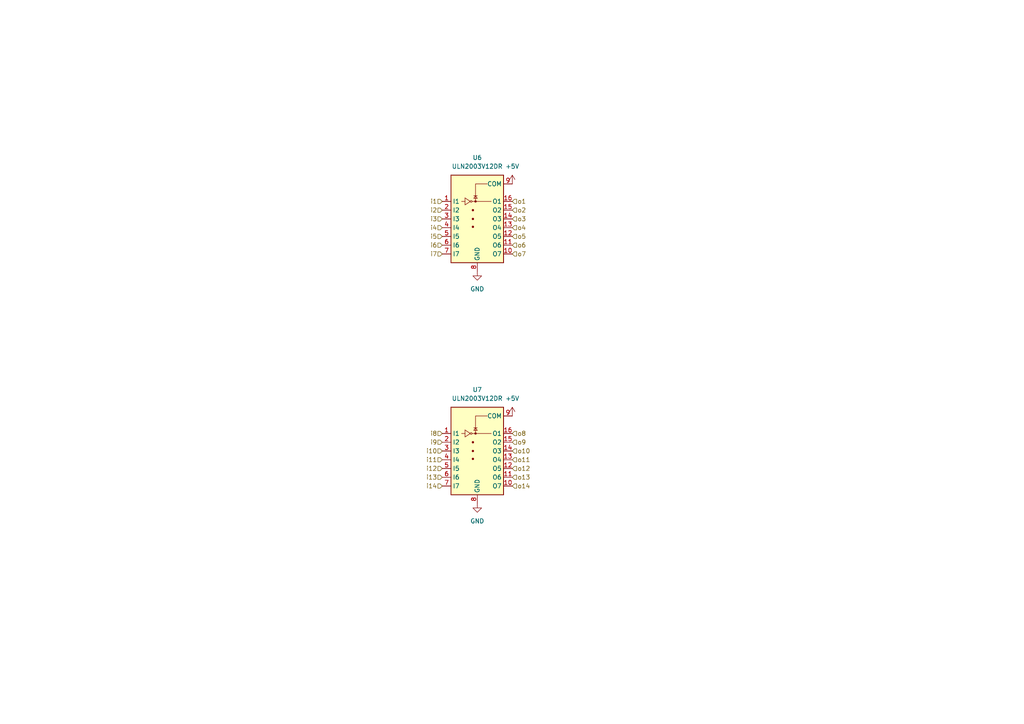
<source format=kicad_sch>
(kicad_sch (version 20231120) (generator "eeschema") (generator_version "8.0")
  (paper "A4")
  (lib_symbols
    (symbol "Transistor_Array:ULN2003"
      (property "Reference" "U" (at 0 15.875 0))
      (property "Value" "ULN2003" (at 0 13.97 0))
      (symbol "ULN2003_0_1"
        (rectangle (start -7.62 -12.7) (end 7.62 12.7) (stroke (width 0.254)) (fill (type background)))
        (circle (center -1.778 5.08) (radius 0.254))
        (circle (center -1.27 -2.286) (radius 0.254) (fill (type outline)))
        (circle (center -1.27 0) (radius 0.254) (fill (type outline)))
        (circle (center -1.27 2.54) (radius 0.254) (fill (type outline)))
        (circle (center -0.508 5.08) (radius 0.254) (fill (type outline)))
        (polyline (pts (xy -4.572 5.08) (xy -3.556 5.08)))
        (polyline (pts (xy -1.524 5.08) (xy 4.064 5.08)))
        (polyline (pts (xy 0 6.731) (xy -1.016 6.731)))
        (polyline (pts (xy -0.508 5.08) (xy -0.508 10.16) (xy 2.921 10.16)))
        (polyline (pts (xy -3.556 6.096) (xy -3.556 4.064) (xy -2.032 5.08) (xy -3.556 6.096)))
        (polyline (pts (xy 0 5.969) (xy -1.016 5.969) (xy -0.508 6.731) (xy 0 5.969)))
      )
      (symbol "ULN2003_1_1"
        (pin input line (at -10.16 5.08 0) (length 2.54) (name "I1") (number "1"))
        (pin open_collector line (at 10.16 -10.16 180) (length 2.54) (name "O7") (number "10"))
        (pin open_collector line (at 10.16 -7.62 180) (length 2.54) (name "O6") (number "11"))
        (pin open_collector line (at 10.16 -5.08 180) (length 2.54) (name "O5") (number "12"))
        (pin open_collector line (at 10.16 -2.54 180) (length 2.54) (name "O4") (number "13"))
        (pin open_collector line (at 10.16 0 180) (length 2.54) (name "O3") (number "14"))
        (pin open_collector line (at 10.16 2.54 180) (length 2.54) (name "O2") (number "15"))
        (pin open_collector line (at 10.16 5.08 180) (length 2.54) (name "O1") (number "16"))
        (pin input line (at -10.16 2.54 0) (length 2.54) (name "I2") (number "2"))
        (pin input line (at -10.16 0 0) (length 2.54) (name "I3") (number "3"))
        (pin input line (at -10.16 -2.54 0) (length 2.54) (name "I4") (number "4"))
        (pin input line (at -10.16 -5.08 0) (length 2.54) (name "I5") (number "5"))
        (pin input line (at -10.16 -7.62 0) (length 2.54) (name "I6") (number "6"))
        (pin input line (at -10.16 -10.16 0) (length 2.54) (name "I7") (number "7"))
        (pin power_in line (at 0 -15.24 90) (length 2.54) (name "GND") (number "8"))
        (pin passive line (at 10.16 10.16 180) (length 2.54) (name "COM") (number "9"))
      )
    )
    (symbol "power:+5V" (power) (pin_numbers hide) (pin_names (offset 0) hide)
      (property "Value" "+5V" (at 0 3.556 0))
      (symbol "+5V_0_1"
        (polyline (pts (xy -0.762 1.27) (xy 0 2.54)))
        (polyline (pts (xy 0 0) (xy 0 2.54)))
        (polyline (pts (xy 0 2.54) (xy 0.762 1.27)))
      )
      (symbol "+5V_1_1"
        (pin power_in line (at 0 0 90) (length 0) (name "~") (number "1"))
      )
    )
    (symbol "power:GND" (power) (pin_numbers hide) (pin_names (offset 0) hide)
      (property "Value" "GND" (at 0 -3.81 0))
      (symbol "GND_0_1"
        (polyline (pts (xy 0 0) (xy 0 -1.27) (xy 1.27 -1.27) (xy 0 -2.54) (xy -1.27 -1.27) (xy 0 -1.27)))
      )
      (symbol "GND_1_1"
        (pin power_in line (at 0 0 270) (length 0) (name "~") (number "1"))
      )
    )
  )
  (hierarchical_label "i13" (shape input) (at 128.27 138.43 180))
  (hierarchical_label "o12" (shape input) (at 148.59 135.89 0))
  (hierarchical_label "o6" (shape input) (at 148.59 71.12 0))
  (hierarchical_label "o8" (shape input) (at 148.59 125.73 0))
  (hierarchical_label "o13" (shape input) (at 148.59 138.43 0))
  (hierarchical_label "i6" (shape input) (at 128.27 71.12 180))
  (hierarchical_label "i2" (shape input) (at 128.27 60.96 180))
  (hierarchical_label "i4" (shape input) (at 128.27 66.04 180))
  (hierarchical_label "o2" (shape input) (at 148.59 60.96 0))
  (hierarchical_label "i10" (shape input) (at 128.27 130.81 180))
  (hierarchical_label "o11" (shape input) (at 148.59 133.35 0))
  (hierarchical_label "i12" (shape input) (at 128.27 135.89 180))
  (hierarchical_label "i9" (shape input) (at 128.27 128.27 180))
  (hierarchical_label "i7" (shape input) (at 128.27 73.66 180))
  (hierarchical_label "i8" (shape input) (at 128.27 125.73 180))
  (hierarchical_label "i11" (shape input) (at 128.27 133.35 180))
  (hierarchical_label "o4" (shape input) (at 148.59 66.04 0))
  (hierarchical_label "o1" (shape input) (at 148.59 58.42 0))
  (hierarchical_label "o3" (shape input) (at 148.59 63.5 0))
  (hierarchical_label "o7" (shape input) (at 148.59 73.66 0))
  (hierarchical_label "o9" (shape input) (at 148.59 128.27 0))
  (hierarchical_label "i3" (shape input) (at 128.27 63.5 180))
  (hierarchical_label "o5" (shape input) (at 148.59 68.58 0))
  (hierarchical_label "o14" (shape input) (at 148.59 140.97 0))
  (hierarchical_label "o10" (shape input) (at 148.59 130.81 0))
  (hierarchical_label "i1" (shape input) (at 128.27 58.42 180))
  (hierarchical_label "i5" (shape input) (at 128.27 68.58 180))
  (hierarchical_label "i14" (shape input) (at 128.27 140.97 180))
  (symbol (lib_id "Transistor_Array:ULN2003") (at 138.43 130.81 0) (unit 1)
    (property "Reference" "U7" (at 138.43 113.03 0))
    (property "Value" "ULN2003V12DR" (at 138.43 115.57 0))
    (property "Footprint" "Package_SO:SOIC-16_3.9x9.9mm_P1.27mm" (effects (hide yes)))
    (property "Datasheet" "http://www.ti.com/lit/ds/symlink/uln2003a.pdf" (effects (hide yes)))
    (property "Description" "High Voltage, High Current Darlington Transistor Arrays, SOIC16/SOIC16W/DIP16/TSSOP16" (effects (hide yes)))
  )
  (symbol (lib_id "power:GND") (at 138.43 146.05 0) (unit 1)
    (property "Reference" "#PWR09" (effects (hide yes)))
    (property "Value" "GND" (at 138.43 151.13 0))
    (property "Description" "Power symbol creates a global label with name \"GND\" , ground" (effects (hide yes)))
  )
  (symbol (lib_id "power:+5V") (at 148.59 120.65 0) (unit 1)
    (property "Reference" "#PWR011" (effects (hide yes)))
    (property "Value" "+5V" (at 148.59 115.57 0))
    (property "Description" "Power symbol creates a global label with name \"+5V\"" (effects (hide yes)))
  )
  (symbol (lib_id "power:+5V") (at 148.59 53.34 0) (unit 1)
    (property "Reference" "#PWR010" (effects (hide yes)))
    (property "Value" "+5V" (at 148.59 48.26 0))
    (property "Description" "Power symbol creates a global label with name \"+5V\"" (effects (hide yes)))
  )
  (symbol (lib_id "Transistor_Array:ULN2003") (at 138.43 63.5 0) (unit 1)
    (property "Reference" "U6" (at 138.43 45.72 0))
    (property "Value" "ULN2003V12DR" (at 138.43 48.26 0))
    (property "Footprint" "Package_SO:SOIC-16_3.9x9.9mm_P1.27mm" (effects (hide yes)))
    (property "Datasheet" "http://www.ti.com/lit/ds/symlink/uln2003a.pdf" (effects (hide yes)))
    (property "Description" "High Voltage, High Current Darlington Transistor Arrays, SOIC16/SOIC16W/DIP16/TSSOP16" (effects (hide yes)))
  )
  (symbol (lib_id "power:GND") (at 138.43 78.74 0) (unit 1)
    (property "Reference" "#PWR08" (effects (hide yes)))
    (property "Value" "GND" (at 138.43 83.82 0))
    (property "Description" "Power symbol creates a global label with name \"GND\" , ground" (effects (hide yes)))
  )
)
</source>
